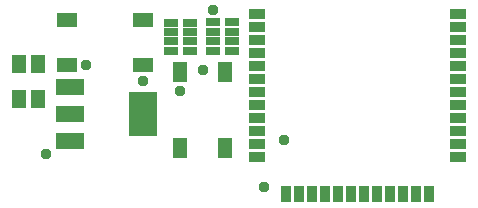
<source format=gts>
G75*
%MOIN*%
%OFA0B0*%
%FSLAX25Y25*%
%IPPOS*%
%LPD*%
%AMOC8*
5,1,8,0,0,1.08239X$1,22.5*
%
%ADD10R,0.04800X0.02800*%
%ADD11R,0.05131X0.06312*%
%ADD12R,0.03300X0.05800*%
%ADD13R,0.05800X0.03300*%
%ADD14R,0.04737X0.07099*%
%ADD15R,0.07099X0.04737*%
%ADD16R,0.09461X0.14580*%
%ADD17R,0.09461X0.05524*%
%ADD18C,0.03778*%
D10*
X0063633Y0057350D03*
X0063633Y0060500D03*
X0063633Y0063649D03*
X0063633Y0066799D03*
X0069932Y0066799D03*
X0069932Y0063649D03*
X0069932Y0060500D03*
X0069932Y0057350D03*
X0077568Y0057405D03*
X0077568Y0060555D03*
X0077568Y0063704D03*
X0083867Y0063704D03*
X0083867Y0060555D03*
X0083867Y0057405D03*
X0083867Y0066854D03*
X0077568Y0066854D03*
D11*
X0019230Y0053068D03*
X0012931Y0053068D03*
X0012931Y0041257D03*
X0019230Y0041257D03*
D12*
X0101939Y0009538D03*
X0106269Y0009538D03*
X0110600Y0009538D03*
X0114931Y0009538D03*
X0119261Y0009538D03*
X0123592Y0009538D03*
X0127923Y0009538D03*
X0132254Y0009538D03*
X0136584Y0009538D03*
X0140915Y0009538D03*
X0145246Y0009538D03*
X0149576Y0009538D03*
D13*
X0159222Y0021939D03*
X0159222Y0026270D03*
X0159222Y0030601D03*
X0159222Y0034932D03*
X0159222Y0039262D03*
X0159222Y0043593D03*
X0159222Y0047924D03*
X0159222Y0052254D03*
X0159222Y0056585D03*
X0159222Y0060916D03*
X0159222Y0065246D03*
X0159222Y0069577D03*
X0092293Y0069577D03*
X0092293Y0065246D03*
X0092293Y0060916D03*
X0092293Y0056585D03*
X0092293Y0052254D03*
X0092293Y0047924D03*
X0092293Y0043593D03*
X0092293Y0039262D03*
X0092293Y0034932D03*
X0092293Y0030601D03*
X0092293Y0026270D03*
X0092293Y0021939D03*
D14*
X0081615Y0025033D03*
X0066654Y0025033D03*
X0066654Y0050230D03*
X0081615Y0050230D03*
D15*
X0054137Y0052589D03*
X0028940Y0052589D03*
X0028940Y0067549D03*
X0054137Y0067549D03*
D16*
X0054303Y0036314D03*
D17*
X0029894Y0036314D03*
X0029894Y0027259D03*
X0029894Y0045369D03*
D18*
X0021802Y0023126D03*
X0054073Y0047288D03*
X0066624Y0043959D03*
X0074232Y0050926D03*
X0077551Y0070919D03*
X0035118Y0052484D03*
X0101331Y0027768D03*
X0094732Y0012111D03*
M02*

</source>
